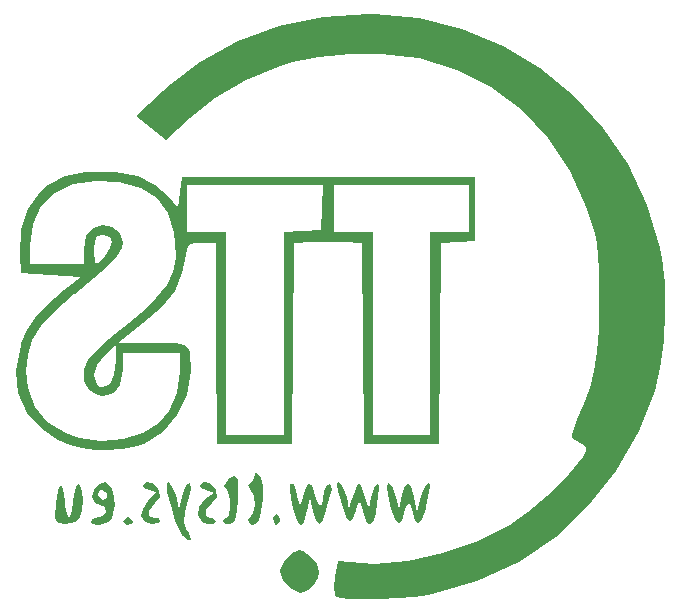
<source format=gbo>
G04 #@! TF.GenerationSoftware,KiCad,Pcbnew,9.0.0*
G04 #@! TF.CreationDate,2025-07-26T18:59:56+02:00*
G04 #@! TF.ProjectId,BANC_TEST_418,42414e43-5f54-4455-9354-5f3431382e6b,rev?*
G04 #@! TF.SameCoordinates,Original*
G04 #@! TF.FileFunction,Legend,Bot*
G04 #@! TF.FilePolarity,Positive*
%FSLAX46Y46*%
G04 Gerber Fmt 4.6, Leading zero omitted, Abs format (unit mm)*
G04 Created by KiCad (PCBNEW 9.0.0) date 2025-07-26 18:59:56*
%MOMM*%
%LPD*%
G01*
G04 APERTURE LIST*
G04 Aperture macros list*
%AMRoundRect*
0 Rectangle with rounded corners*
0 $1 Rounding radius*
0 $2 $3 $4 $5 $6 $7 $8 $9 X,Y pos of 4 corners*
0 Add a 4 corners polygon primitive as box body*
4,1,4,$2,$3,$4,$5,$6,$7,$8,$9,$2,$3,0*
0 Add four circle primitives for the rounded corners*
1,1,$1+$1,$2,$3*
1,1,$1+$1,$4,$5*
1,1,$1+$1,$6,$7*
1,1,$1+$1,$8,$9*
0 Add four rect primitives between the rounded corners*
20,1,$1+$1,$2,$3,$4,$5,0*
20,1,$1+$1,$4,$5,$6,$7,0*
20,1,$1+$1,$6,$7,$8,$9,0*
20,1,$1+$1,$8,$9,$2,$3,0*%
G04 Aperture macros list end*
%ADD10C,0.000000*%
%ADD11RoundRect,0.250000X1.550000X-0.650000X1.550000X0.650000X-1.550000X0.650000X-1.550000X-0.650000X0*%
%ADD12O,3.600000X1.800000*%
%ADD13R,1.800000X1.800000*%
%ADD14C,1.800000*%
%ADD15C,4.000000*%
%ADD16R,1.600000X1.600000*%
%ADD17C,1.600000*%
%ADD18RoundRect,0.250000X-0.650000X-1.550000X0.650000X-1.550000X0.650000X1.550000X-0.650000X1.550000X0*%
%ADD19O,1.800000X3.600000*%
%ADD20O,2.000000X3.000000*%
%ADD21R,3.000000X2.000000*%
%ADD22O,3.000000X2.000000*%
%ADD23RoundRect,0.249999X-1.550001X0.790001X-1.550001X-0.790001X1.550001X-0.790001X1.550001X0.790001X0*%
%ADD24O,3.600000X2.080000*%
%ADD25RoundRect,0.250000X0.650000X1.550000X-0.650000X1.550000X-0.650000X-1.550000X0.650000X-1.550000X0*%
%ADD26C,8.600000*%
%ADD27R,1.524000X1.524000*%
%ADD28C,1.524000*%
%ADD29C,3.400000*%
%ADD30R,2.200000X2.200000*%
%ADD31O,2.200000X2.200000*%
%ADD32R,1.700000X1.700000*%
%ADD33O,1.700000X1.700000*%
%ADD34R,2.000000X2.000000*%
%ADD35C,2.000000*%
G04 APERTURE END LIST*
D10*
G36*
X156641776Y-94553008D02*
G01*
X156953949Y-94865416D01*
X156934668Y-95037048D01*
X156558334Y-95190476D01*
X156308684Y-95141139D01*
X156162719Y-94865416D01*
X156203782Y-94775767D01*
X156558334Y-94540357D01*
X156641776Y-94553008D01*
G37*
G36*
X169246247Y-94334505D02*
G01*
X169409524Y-94736905D01*
X169375409Y-94945560D01*
X169107143Y-95190476D01*
X168968039Y-95139304D01*
X168804762Y-94736905D01*
X168838877Y-94528249D01*
X169107143Y-94283333D01*
X169246247Y-94334505D01*
G37*
G36*
X171329993Y-97381814D02*
G01*
X171973135Y-97837248D01*
X172510616Y-98513533D01*
X172735715Y-99184993D01*
X172633517Y-99687228D01*
X172235278Y-100382738D01*
X171808002Y-100723257D01*
X171176944Y-100935714D01*
X170972168Y-100911238D01*
X170251318Y-100528505D01*
X169656794Y-99856306D01*
X169409524Y-99121428D01*
X169457979Y-98833993D01*
X169837467Y-98139764D01*
X170424847Y-97553803D01*
X171015602Y-97307143D01*
X171329993Y-97381814D01*
G37*
G36*
X167732812Y-91058758D02*
G01*
X167836167Y-91222727D01*
X168013370Y-91920150D01*
X167975121Y-92982658D01*
X167721080Y-94510119D01*
X167537731Y-94933439D01*
X167135906Y-95190476D01*
X166880261Y-95138111D01*
X166698777Y-94821299D01*
X166990476Y-94434524D01*
X167169800Y-94197419D01*
X167283519Y-93535047D01*
X167195359Y-92771029D01*
X166914881Y-92189345D01*
X166688541Y-91852014D01*
X166914881Y-91650099D01*
X167097736Y-91521055D01*
X167302474Y-91007539D01*
X167311670Y-90819377D01*
X167415518Y-90694731D01*
X167732812Y-91058758D01*
G37*
G36*
X163491331Y-91670793D02*
G01*
X163962958Y-92159736D01*
X164024109Y-92283351D01*
X164080366Y-92809901D01*
X163671216Y-93369260D01*
X163187464Y-93970930D01*
X163107748Y-94421416D01*
X163513095Y-94585714D01*
X163722087Y-94622327D01*
X163966667Y-94909126D01*
X163812667Y-95091591D01*
X163286310Y-95135912D01*
X162796398Y-94926267D01*
X162493935Y-94371717D01*
X162592162Y-93674088D01*
X163107120Y-93022551D01*
X163815476Y-92472881D01*
X163138520Y-92285396D01*
X162742222Y-92101653D01*
X162627199Y-91829908D01*
X162948606Y-91585678D01*
X163491331Y-91670793D01*
G37*
G36*
X165768072Y-91238682D02*
G01*
X165827973Y-91420294D01*
X165884960Y-92122844D01*
X165861916Y-93077162D01*
X165768759Y-94051097D01*
X165615406Y-94812500D01*
X165579801Y-94893470D01*
X165222513Y-95148995D01*
X164784930Y-95154550D01*
X164571429Y-94888095D01*
X164580216Y-94815818D01*
X164873810Y-94585714D01*
X165064085Y-94383781D01*
X165165318Y-93801558D01*
X165150630Y-93069183D01*
X165026878Y-92421154D01*
X164800914Y-92091971D01*
X164641957Y-91870636D01*
X164979546Y-91412971D01*
X165042977Y-91350722D01*
X165483748Y-91055312D01*
X165768072Y-91238682D01*
G37*
G36*
X158653236Y-91670793D02*
G01*
X159124863Y-92159736D01*
X159186014Y-92283351D01*
X159242271Y-92809901D01*
X158833121Y-93369260D01*
X158316011Y-94026180D01*
X158315389Y-94442544D01*
X158844036Y-94585714D01*
X159192824Y-94650134D01*
X159269075Y-94905387D01*
X159116114Y-95056750D01*
X158570526Y-95147661D01*
X157992616Y-94931352D01*
X157667984Y-94483143D01*
X157663876Y-94457081D01*
X157806489Y-93853235D01*
X158257726Y-93186364D01*
X158953518Y-92445727D01*
X158288493Y-92271819D01*
X157903264Y-92099375D01*
X157789104Y-91829908D01*
X158110510Y-91585678D01*
X158653236Y-91670793D01*
G37*
G36*
X152478351Y-91816700D02*
G01*
X152653301Y-92339821D01*
X152722759Y-93114057D01*
X152673890Y-93923612D01*
X152493863Y-94552693D01*
X152116516Y-94950499D01*
X151253144Y-95123851D01*
X151247193Y-95123682D01*
X150719950Y-95082630D01*
X150458078Y-94896534D01*
X150384319Y-94412465D01*
X150421414Y-93477497D01*
X150494289Y-92715592D01*
X150670349Y-92008585D01*
X150881901Y-91831040D01*
X151077984Y-92204225D01*
X151207640Y-93149405D01*
X151253296Y-93624068D01*
X151394616Y-94314356D01*
X151569048Y-94585714D01*
X151663229Y-94504633D01*
X151825840Y-93987037D01*
X151930456Y-93149405D01*
X151977972Y-92674827D01*
X152131235Y-91984479D01*
X152325000Y-91713095D01*
X152478351Y-91816700D01*
G37*
G36*
X160299157Y-91959070D02*
G01*
X160574748Y-92695833D01*
X160871477Y-93829762D01*
X161097414Y-92840731D01*
X161278812Y-92242148D01*
X161540037Y-91756992D01*
X161758484Y-91659076D01*
X161850000Y-92038143D01*
X161843957Y-92151913D01*
X161721714Y-92858067D01*
X161491692Y-93746000D01*
X161374795Y-94174057D01*
X161290560Y-94944483D01*
X161491692Y-95515670D01*
X161697829Y-95920224D01*
X161839940Y-96471492D01*
X161837351Y-96499212D01*
X161643401Y-96524055D01*
X161239126Y-96144590D01*
X161153486Y-96038304D01*
X160828268Y-95532211D01*
X160539473Y-94848477D01*
X160236438Y-93848444D01*
X159868497Y-92393452D01*
X159817624Y-92148105D01*
X159820520Y-91642359D01*
X160014389Y-91593630D01*
X160299157Y-91959070D01*
G37*
G36*
X155482193Y-93516031D02*
G01*
X155186980Y-94605593D01*
X154854210Y-94960318D01*
X154128647Y-95190476D01*
X153944117Y-95182882D01*
X153451456Y-95011945D01*
X153485886Y-94739605D01*
X154063691Y-94531150D01*
X154393259Y-94429689D01*
X154712407Y-94077784D01*
X154633356Y-93702725D01*
X154139286Y-93527780D01*
X153723887Y-93355352D01*
X153527906Y-92854800D01*
X153577567Y-92595039D01*
X153988095Y-92595039D01*
X154050322Y-92830346D01*
X154466865Y-93073809D01*
X154797258Y-92899269D01*
X154746487Y-92536936D01*
X154347173Y-92235962D01*
X154163912Y-92242375D01*
X153988095Y-92595039D01*
X153577567Y-92595039D01*
X153644663Y-92244075D01*
X154081401Y-91746050D01*
X154145489Y-91708080D01*
X154628186Y-91601310D01*
X155064139Y-91997675D01*
X155305436Y-92429014D01*
X155381903Y-92899269D01*
X155482193Y-93516031D01*
G37*
G36*
X182109524Y-91788926D02*
G01*
X182087740Y-92014379D01*
X181968028Y-92733636D01*
X181778715Y-93679410D01*
X181739716Y-93851391D01*
X181442467Y-94719961D01*
X181123225Y-95082515D01*
X180840581Y-94912764D01*
X180653130Y-94184419D01*
X180518613Y-93637044D01*
X180295238Y-93376190D01*
X180092216Y-93591082D01*
X179937347Y-94184419D01*
X179765270Y-94863101D01*
X179473472Y-95065438D01*
X179137190Y-94724420D01*
X178822305Y-93859260D01*
X178731371Y-93480411D01*
X178552172Y-92595654D01*
X178480953Y-92014920D01*
X178540588Y-91683957D01*
X178740317Y-91701904D01*
X178999682Y-92118638D01*
X179233539Y-92840731D01*
X179459476Y-93829762D01*
X179756205Y-92695833D01*
X180020073Y-91908777D01*
X180292516Y-91617847D01*
X180543318Y-91930722D01*
X180769936Y-92847024D01*
X180995411Y-94132143D01*
X181273758Y-93073809D01*
X181519054Y-92338220D01*
X181795066Y-91787676D01*
X182017903Y-91564586D01*
X182109524Y-91788926D01*
G37*
G36*
X173745862Y-91806807D02*
G01*
X173795771Y-92251945D01*
X173756639Y-92377854D01*
X173574434Y-93028567D01*
X173343751Y-93905357D01*
X173068151Y-94761147D01*
X172776818Y-95128724D01*
X172491974Y-94893559D01*
X172206878Y-94056547D01*
X171920346Y-92922619D01*
X171689616Y-94056547D01*
X171641876Y-94268820D01*
X171420296Y-94925820D01*
X171201872Y-95190476D01*
X171063657Y-95099364D01*
X170790150Y-94582925D01*
X170523174Y-93786948D01*
X170316450Y-92915389D01*
X170223701Y-92172205D01*
X170298648Y-91761352D01*
X170559662Y-91778780D01*
X170779949Y-92349714D01*
X170954041Y-93092352D01*
X171107477Y-93517826D01*
X171235080Y-93420732D01*
X171385786Y-92840731D01*
X171545254Y-92259833D01*
X171826908Y-91753543D01*
X172099874Y-91813308D01*
X172324751Y-92455299D01*
X172485248Y-93032548D01*
X172734177Y-93492702D01*
X172947564Y-93547620D01*
X173038095Y-93116386D01*
X173132759Y-92333718D01*
X173366058Y-91812422D01*
X173661336Y-91724515D01*
X173745862Y-91806807D01*
G37*
G36*
X174562973Y-91771530D02*
G01*
X174837864Y-92248729D01*
X175076746Y-92830810D01*
X175189839Y-93358389D01*
X175206483Y-93643333D01*
X175263998Y-93865070D01*
X175377519Y-93527381D01*
X175540007Y-92986620D01*
X175840257Y-92166666D01*
X175956483Y-91891552D01*
X176123129Y-91657075D01*
X176284374Y-91879880D01*
X176532159Y-92620238D01*
X176913927Y-93829762D01*
X177131734Y-92840731D01*
X177173540Y-92660926D01*
X177444676Y-91871961D01*
X177678784Y-91658093D01*
X177802252Y-92009965D01*
X177741465Y-92918223D01*
X177669526Y-93368276D01*
X177503863Y-94241603D01*
X177365943Y-94775564D01*
X177075987Y-95162996D01*
X176753978Y-95018032D01*
X176494788Y-94358928D01*
X176330199Y-93645818D01*
X176181912Y-93229827D01*
X176049346Y-93330970D01*
X175874211Y-93906773D01*
X175849732Y-93993216D01*
X175582623Y-94635367D01*
X175311017Y-94907504D01*
X175105268Y-94666475D01*
X174830020Y-94028294D01*
X174554495Y-93191013D01*
X174343806Y-92353119D01*
X174263069Y-91713095D01*
X174341851Y-91558596D01*
X174562973Y-91771530D01*
G37*
G36*
X177361043Y-51954793D02*
G01*
X181191922Y-52315303D01*
X184850064Y-53225101D01*
X188287931Y-54646110D01*
X191457984Y-56540258D01*
X194312683Y-58869471D01*
X196804490Y-61595672D01*
X198885865Y-64680790D01*
X200509271Y-68086748D01*
X201627166Y-71775473D01*
X201776511Y-72568695D01*
X201997894Y-74746687D01*
X202038665Y-77172456D01*
X201906921Y-79637479D01*
X201610759Y-81933231D01*
X201158276Y-83851190D01*
X199807219Y-87290245D01*
X197891735Y-90659816D01*
X195534230Y-93637573D01*
X192765160Y-96195711D01*
X189614979Y-98306429D01*
X186114141Y-99941921D01*
X182293100Y-101074385D01*
X181930467Y-101145350D01*
X180750924Y-101305331D01*
X179367786Y-101420803D01*
X177915273Y-101489099D01*
X176527606Y-101507553D01*
X175339004Y-101473500D01*
X174483688Y-101384273D01*
X174095880Y-101237207D01*
X174054448Y-101115283D01*
X174024484Y-100489027D01*
X174106013Y-99616487D01*
X174303577Y-98299037D01*
X176316670Y-98440067D01*
X177391266Y-98475516D01*
X180269920Y-98244054D01*
X183257885Y-97590744D01*
X186176276Y-96561795D01*
X188846206Y-95203419D01*
X188961815Y-95132256D01*
X190453078Y-94069844D01*
X192040878Y-92723842D01*
X193515363Y-91284011D01*
X194666680Y-89940118D01*
X195028050Y-89445908D01*
X195317946Y-88945346D01*
X195290545Y-88641649D01*
X194979875Y-88363523D01*
X194593454Y-88102562D01*
X194146369Y-87863472D01*
X194109679Y-87616400D01*
X194287031Y-86965078D01*
X194651952Y-86066755D01*
X195067836Y-85121719D01*
X195631246Y-83615778D01*
X196022135Y-82137153D01*
X196269430Y-80528493D01*
X196402056Y-78632448D01*
X196448940Y-76291666D01*
X196451516Y-75279204D01*
X196432753Y-73657299D01*
X196369868Y-72415906D01*
X196247973Y-71406354D01*
X196052179Y-70479974D01*
X195767598Y-69488095D01*
X195426542Y-68471486D01*
X193984909Y-65271097D01*
X192123239Y-62453953D01*
X189878114Y-60054672D01*
X187286116Y-58107872D01*
X184383828Y-56648171D01*
X181207831Y-55710187D01*
X180377754Y-55568120D01*
X177947529Y-55359727D01*
X175315030Y-55374917D01*
X172736419Y-55605724D01*
X170467857Y-56044181D01*
X169225623Y-56422612D01*
X166508471Y-57559927D01*
X163951263Y-59031026D01*
X161772324Y-60718546D01*
X159734949Y-62585430D01*
X158477662Y-61589641D01*
X157220376Y-60593851D01*
X159497224Y-58445997D01*
X159853724Y-58117597D01*
X162671557Y-55975978D01*
X165861067Y-54259052D01*
X169343656Y-52996200D01*
X173040727Y-52216805D01*
X176873684Y-51950247D01*
X177361043Y-51954793D01*
G37*
G36*
X185889286Y-71151190D02*
G01*
X184457658Y-71243162D01*
X183026029Y-71335134D01*
X182945753Y-79861019D01*
X182865476Y-88386905D01*
X179690476Y-88386905D01*
X176515476Y-88386905D01*
X176435200Y-79861019D01*
X176354923Y-71335134D01*
X174923295Y-71243162D01*
X174657742Y-71228989D01*
X173327092Y-71210065D01*
X172060017Y-71255655D01*
X170628368Y-71360120D01*
X170548113Y-79873512D01*
X170467857Y-88386905D01*
X167292857Y-88386905D01*
X164117857Y-88386905D01*
X164037553Y-79844643D01*
X163957249Y-71302381D01*
X162786768Y-71302381D01*
X162203294Y-71315545D01*
X161769875Y-71454261D01*
X161554020Y-71876059D01*
X161403839Y-72738690D01*
X161149700Y-73886814D01*
X160487989Y-75358080D01*
X159402565Y-76737222D01*
X157812538Y-78146032D01*
X155740553Y-79769047D01*
X158611735Y-79769047D01*
X159496444Y-79772301D01*
X160628089Y-79821926D01*
X161322631Y-79986355D01*
X161686705Y-80334297D01*
X161766597Y-80676190D01*
X161826949Y-80934464D01*
X161850000Y-81855562D01*
X161844008Y-82170767D01*
X161510088Y-84174329D01*
X160706208Y-85937125D01*
X159489988Y-87363825D01*
X157919048Y-88359102D01*
X157271505Y-88557248D01*
X156026136Y-88751660D01*
X154571484Y-88828640D01*
X153759338Y-88821071D01*
X152621243Y-88723689D01*
X151670775Y-88471441D01*
X150642403Y-88008928D01*
X149257311Y-87112870D01*
X148004836Y-85720790D01*
X147274684Y-84051239D01*
X147087963Y-82194512D01*
X147940476Y-82194512D01*
X148069886Y-83640892D01*
X148657347Y-85261049D01*
X149728974Y-86524472D01*
X151295638Y-87448182D01*
X152373612Y-87808082D01*
X154269026Y-88077481D01*
X156139395Y-87943971D01*
X157828412Y-87425551D01*
X159179771Y-86540224D01*
X160028959Y-85555453D01*
X160721421Y-84037855D01*
X160942857Y-82197807D01*
X160942857Y-80676190D01*
X158523810Y-80676190D01*
X156104762Y-80676190D01*
X156104762Y-81353971D01*
X156104762Y-82015306D01*
X156104137Y-82101345D01*
X155902654Y-83318408D01*
X155345933Y-84056409D01*
X154441667Y-84304762D01*
X153985395Y-84243610D01*
X153249550Y-83781856D01*
X152844649Y-82993717D01*
X152835465Y-82514697D01*
X153685715Y-82514697D01*
X153800525Y-83105928D01*
X154130535Y-83503610D01*
X154460509Y-83554290D01*
X154997404Y-83242944D01*
X155364201Y-82477640D01*
X155500000Y-81353971D01*
X155500000Y-79958283D01*
X154592857Y-80827381D01*
X153956991Y-81625972D01*
X153685715Y-82514697D01*
X152835465Y-82514697D01*
X152826190Y-82030949D01*
X153249671Y-81045307D01*
X153642177Y-80620507D01*
X154411731Y-79911665D01*
X155437481Y-79029964D01*
X156605965Y-78075791D01*
X157629807Y-77235709D01*
X158955290Y-76002700D01*
X159849395Y-74893541D01*
X160373315Y-73802499D01*
X160588244Y-72623842D01*
X160555374Y-71251838D01*
X160454338Y-70469310D01*
X159937063Y-68784349D01*
X159675928Y-68429762D01*
X161547619Y-68429762D01*
X161547619Y-70395238D01*
X163210715Y-70395238D01*
X164873810Y-70395238D01*
X164873810Y-79013095D01*
X164873810Y-87630952D01*
X167292857Y-87630952D01*
X169711905Y-87630952D01*
X169711905Y-79028897D01*
X169711905Y-70426842D01*
X171299405Y-70335445D01*
X172886905Y-70244047D01*
X172976929Y-68354166D01*
X173066953Y-66464285D01*
X173945238Y-66464285D01*
X173945238Y-68429762D01*
X173945238Y-70395238D01*
X175608334Y-70395238D01*
X177271429Y-70395238D01*
X177271429Y-79013095D01*
X177271429Y-87630952D01*
X179690476Y-87630952D01*
X182109524Y-87630952D01*
X182109524Y-79013095D01*
X182109524Y-70395238D01*
X183772619Y-70395238D01*
X185435715Y-70395238D01*
X185435715Y-68429762D01*
X185435715Y-66464285D01*
X179690476Y-66464285D01*
X173945238Y-66464285D01*
X173066953Y-66464285D01*
X167307286Y-66464285D01*
X161547619Y-66464285D01*
X161547619Y-68429762D01*
X159675928Y-68429762D01*
X159018533Y-67537108D01*
X157660558Y-66686744D01*
X155824949Y-66192409D01*
X153795999Y-66052373D01*
X151892980Y-66342009D01*
X150350115Y-67068434D01*
X149203444Y-68205893D01*
X148489011Y-69728627D01*
X148242857Y-71610881D01*
X148242857Y-73116666D01*
X150510715Y-73116666D01*
X152778572Y-73116666D01*
X152778572Y-71928741D01*
X152782228Y-71907143D01*
X153685715Y-71907143D01*
X153689244Y-72177293D01*
X153737783Y-72848104D01*
X153825126Y-73116666D01*
X154156564Y-72924254D01*
X154622036Y-72395753D01*
X155025500Y-71759163D01*
X155197619Y-71245363D01*
X155047512Y-70851651D01*
X154441667Y-70697619D01*
X154375834Y-70698050D01*
X153921597Y-70781507D01*
X153726976Y-71127867D01*
X153685715Y-71907143D01*
X152782228Y-71907143D01*
X152973135Y-70779500D01*
X153540091Y-70045831D01*
X154441667Y-69790476D01*
X155168901Y-69966934D01*
X155836664Y-70523662D01*
X156091406Y-71245363D01*
X156104762Y-71283201D01*
X156008707Y-71747963D01*
X155606138Y-72420862D01*
X154843555Y-73262463D01*
X153671644Y-74325934D01*
X152041091Y-75664440D01*
X152004194Y-75693847D01*
X150366329Y-77096231D01*
X149206622Y-78343028D01*
X148459476Y-79538699D01*
X148059293Y-80787706D01*
X147940476Y-82194512D01*
X147087963Y-82194512D01*
X147082908Y-82144243D01*
X147445566Y-80039823D01*
X147525634Y-79782259D01*
X147990927Y-78689616D01*
X148684625Y-77668478D01*
X149705107Y-76594102D01*
X151150753Y-75341747D01*
X152577433Y-74175000D01*
X150032169Y-74023809D01*
X147486905Y-73872619D01*
X147395981Y-72298763D01*
X147490949Y-70235166D01*
X148058517Y-68479392D01*
X149114426Y-67033473D01*
X149787490Y-66451111D01*
X151192491Y-65704423D01*
X152912936Y-65337991D01*
X155046429Y-65323684D01*
X155442055Y-65354297D01*
X157355881Y-65704656D01*
X158853991Y-66391025D01*
X160035715Y-67455851D01*
X160791667Y-68363163D01*
X160942857Y-67035748D01*
X161094048Y-65708333D01*
X173491667Y-65708333D01*
X185889286Y-65708333D01*
X185889286Y-68429762D01*
X185889286Y-71151190D01*
G37*
%LPC*%
D11*
X85550000Y-137400000D03*
D12*
X85550000Y-133590000D03*
X85550000Y-129780000D03*
X85550000Y-125970000D03*
X85550000Y-122160000D03*
X85550000Y-118350000D03*
X85550000Y-114540000D03*
X85550000Y-110730000D03*
X85550000Y-106920000D03*
D13*
X191350000Y-73350000D03*
D14*
X193890000Y-73350000D03*
D15*
X237444669Y-117930000D03*
X237444669Y-92930000D03*
D16*
X236024669Y-99890000D03*
D17*
X236024669Y-102660000D03*
X236024669Y-105430000D03*
X236024669Y-108200000D03*
X236024669Y-110970000D03*
X238864669Y-101275000D03*
X238864669Y-104045000D03*
X238864669Y-106815000D03*
X238864669Y-109585000D03*
D18*
X104000000Y-34350000D03*
D19*
X107810000Y-34350000D03*
X111620000Y-34350000D03*
X115430000Y-34350000D03*
X119240000Y-34350000D03*
X123050000Y-34350000D03*
D20*
X120510000Y-54350000D03*
X120510000Y-46850000D03*
X125550000Y-54350000D03*
X125550000Y-46850000D03*
X115470000Y-54350000D03*
X115470000Y-46850000D03*
D21*
X140810000Y-46850000D03*
D22*
X140810000Y-54350000D03*
D20*
X120660000Y-101600000D03*
X120660000Y-94100000D03*
X125700000Y-101600000D03*
X125700000Y-94100000D03*
X115620000Y-101600000D03*
X115620000Y-94100000D03*
D21*
X140960000Y-94100000D03*
D22*
X140960000Y-101600000D03*
D23*
X84550000Y-44030000D03*
D24*
X84550000Y-49110000D03*
X84550000Y-54190000D03*
X84550000Y-59270000D03*
X84550000Y-64350000D03*
X84550000Y-69430000D03*
X84550000Y-74510000D03*
X84550000Y-79590000D03*
X84550000Y-84670000D03*
X84550000Y-89750000D03*
X84550000Y-94830000D03*
D18*
X146690000Y-34350000D03*
D19*
X150500000Y-34350000D03*
X154310000Y-34350000D03*
X158120000Y-34350000D03*
X161930000Y-34350000D03*
X165740000Y-34350000D03*
D25*
X125745000Y-138250000D03*
D19*
X121935000Y-138250000D03*
X118125000Y-138250000D03*
X114315000Y-138250000D03*
X110505000Y-138250000D03*
X106695000Y-138250000D03*
X102885000Y-138250000D03*
X99075000Y-138250000D03*
D26*
X245550000Y-139350000D03*
D18*
X219620000Y-35350000D03*
D19*
X223430000Y-35350000D03*
X227240000Y-35350000D03*
X231050000Y-35350000D03*
D26*
X82100000Y-31330000D03*
D27*
X182400000Y-139575000D03*
D28*
X180400000Y-139575000D03*
X178400000Y-139575000D03*
X176400000Y-139575000D03*
D25*
X219550000Y-138850000D03*
D19*
X215740000Y-138850000D03*
X211930000Y-138850000D03*
X208120000Y-138850000D03*
X204310000Y-138850000D03*
D29*
X210150000Y-35350000D03*
D26*
X245550000Y-31330000D03*
D30*
X222050000Y-55930000D03*
D31*
X222050000Y-45770000D03*
D32*
X203400000Y-83745000D03*
D33*
X203400000Y-86285000D03*
X203400000Y-88825000D03*
X203400000Y-91365000D03*
X203400000Y-93905000D03*
X203400000Y-96445000D03*
X203400000Y-98985000D03*
X203400000Y-101525000D03*
X203400000Y-104065000D03*
X203400000Y-106605000D03*
D20*
X120660000Y-85600000D03*
X120660000Y-78100000D03*
X125700000Y-85600000D03*
X125700000Y-78100000D03*
X115620000Y-85600000D03*
X115620000Y-78100000D03*
D21*
X140960000Y-78100000D03*
D22*
X140960000Y-85600000D03*
D20*
X120660000Y-69600000D03*
X120660000Y-62100000D03*
X125700000Y-69600000D03*
X125700000Y-62100000D03*
X115620000Y-69600000D03*
X115620000Y-62100000D03*
D21*
X140960000Y-62100000D03*
D22*
X140960000Y-69600000D03*
D25*
X157860000Y-138600000D03*
D19*
X154050000Y-138600000D03*
X150240000Y-138600000D03*
X146430000Y-138600000D03*
X142620000Y-138600000D03*
D32*
X226200000Y-125500000D03*
D33*
X226200000Y-128040000D03*
D34*
X200150000Y-122850000D03*
D35*
X192550000Y-122850000D03*
%LPD*%
M02*

</source>
